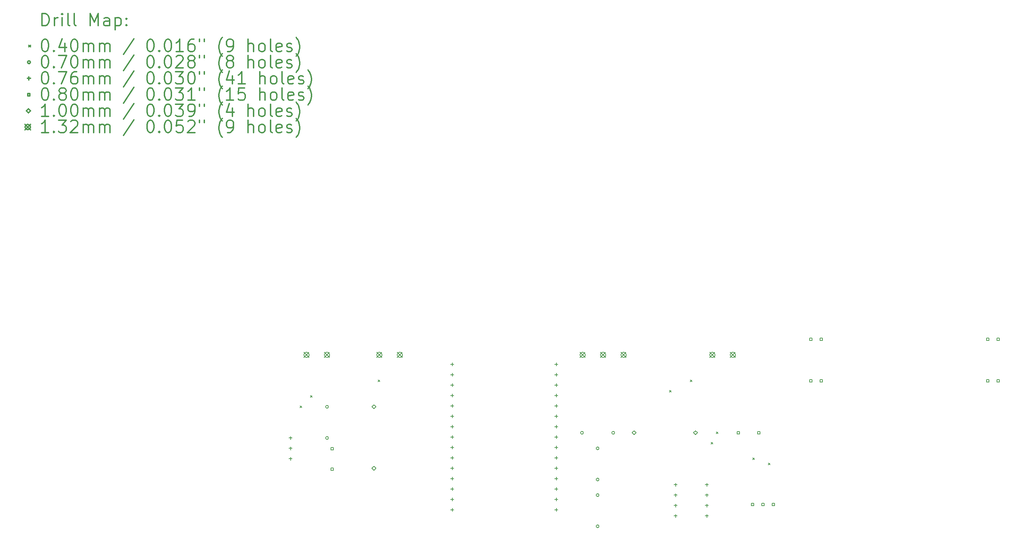
<source format=gbr>
%FSLAX45Y45*%
G04 Gerber Fmt 4.5, Leading zero omitted, Abs format (unit mm)*
G04 Created by KiCad (PCBNEW (5.1.9)-1) date 2021-05-17 17:45:44*
%MOMM*%
%LPD*%
G01*
G04 APERTURE LIST*
%ADD10C,0.200000*%
%ADD11C,0.300000*%
G04 APERTURE END LIST*
D10*
X6584000Y-9759000D02*
X6624000Y-9799000D01*
X6624000Y-9759000D02*
X6584000Y-9799000D01*
X6838000Y-9505000D02*
X6878000Y-9545000D01*
X6878000Y-9505000D02*
X6838000Y-9545000D01*
X8489000Y-9124000D02*
X8529000Y-9164000D01*
X8529000Y-9124000D02*
X8489000Y-9164000D01*
X15601000Y-9378000D02*
X15641000Y-9418000D01*
X15641000Y-9378000D02*
X15601000Y-9418000D01*
X16109000Y-9124000D02*
X16149000Y-9164000D01*
X16149000Y-9124000D02*
X16109000Y-9164000D01*
X16617000Y-10648000D02*
X16657000Y-10688000D01*
X16657000Y-10648000D02*
X16617000Y-10688000D01*
X16744000Y-10394000D02*
X16784000Y-10434000D01*
X16784000Y-10394000D02*
X16744000Y-10434000D01*
X17633000Y-11029000D02*
X17673000Y-11069000D01*
X17673000Y-11029000D02*
X17633000Y-11069000D01*
X18014000Y-11156000D02*
X18054000Y-11196000D01*
X18054000Y-11156000D02*
X18014000Y-11196000D01*
X7274000Y-9779000D02*
G75*
G03*
X7274000Y-9779000I-35000J0D01*
G01*
X7274000Y-10541000D02*
G75*
G03*
X7274000Y-10541000I-35000J0D01*
G01*
X13497000Y-10414000D02*
G75*
G03*
X13497000Y-10414000I-35000J0D01*
G01*
X13878000Y-10795000D02*
G75*
G03*
X13878000Y-10795000I-35000J0D01*
G01*
X13878000Y-11557000D02*
G75*
G03*
X13878000Y-11557000I-35000J0D01*
G01*
X13878000Y-11938000D02*
G75*
G03*
X13878000Y-11938000I-35000J0D01*
G01*
X13878000Y-12700000D02*
G75*
G03*
X13878000Y-12700000I-35000J0D01*
G01*
X14259000Y-10414000D02*
G75*
G03*
X14259000Y-10414000I-35000J0D01*
G01*
X6350000Y-10502900D02*
X6350000Y-10579100D01*
X6311900Y-10541000D02*
X6388100Y-10541000D01*
X6350000Y-10756900D02*
X6350000Y-10833100D01*
X6311900Y-10795000D02*
X6388100Y-10795000D01*
X6350000Y-11010900D02*
X6350000Y-11087100D01*
X6311900Y-11049000D02*
X6388100Y-11049000D01*
X10296000Y-8699900D02*
X10296000Y-8776100D01*
X10257900Y-8738000D02*
X10334100Y-8738000D01*
X10296000Y-8953900D02*
X10296000Y-9030100D01*
X10257900Y-8992000D02*
X10334100Y-8992000D01*
X10296000Y-9207900D02*
X10296000Y-9284100D01*
X10257900Y-9246000D02*
X10334100Y-9246000D01*
X10296000Y-9461900D02*
X10296000Y-9538100D01*
X10257900Y-9500000D02*
X10334100Y-9500000D01*
X10296000Y-9715900D02*
X10296000Y-9792100D01*
X10257900Y-9754000D02*
X10334100Y-9754000D01*
X10296000Y-9969900D02*
X10296000Y-10046100D01*
X10257900Y-10008000D02*
X10334100Y-10008000D01*
X10296000Y-10223900D02*
X10296000Y-10300100D01*
X10257900Y-10262000D02*
X10334100Y-10262000D01*
X10296000Y-10477900D02*
X10296000Y-10554100D01*
X10257900Y-10516000D02*
X10334100Y-10516000D01*
X10296000Y-10731900D02*
X10296000Y-10808100D01*
X10257900Y-10770000D02*
X10334100Y-10770000D01*
X10296000Y-10985900D02*
X10296000Y-11062100D01*
X10257900Y-11024000D02*
X10334100Y-11024000D01*
X10296000Y-11239900D02*
X10296000Y-11316100D01*
X10257900Y-11278000D02*
X10334100Y-11278000D01*
X10296000Y-11493900D02*
X10296000Y-11570100D01*
X10257900Y-11532000D02*
X10334100Y-11532000D01*
X10296000Y-11747900D02*
X10296000Y-11824100D01*
X10257900Y-11786000D02*
X10334100Y-11786000D01*
X10296000Y-12001900D02*
X10296000Y-12078100D01*
X10257900Y-12040000D02*
X10334100Y-12040000D01*
X10296000Y-12255900D02*
X10296000Y-12332100D01*
X10257900Y-12294000D02*
X10334100Y-12294000D01*
X12836000Y-8699900D02*
X12836000Y-8776100D01*
X12797900Y-8738000D02*
X12874100Y-8738000D01*
X12836000Y-8953900D02*
X12836000Y-9030100D01*
X12797900Y-8992000D02*
X12874100Y-8992000D01*
X12836000Y-9207900D02*
X12836000Y-9284100D01*
X12797900Y-9246000D02*
X12874100Y-9246000D01*
X12836000Y-9461900D02*
X12836000Y-9538100D01*
X12797900Y-9500000D02*
X12874100Y-9500000D01*
X12836000Y-9715900D02*
X12836000Y-9792100D01*
X12797900Y-9754000D02*
X12874100Y-9754000D01*
X12836000Y-9969900D02*
X12836000Y-10046100D01*
X12797900Y-10008000D02*
X12874100Y-10008000D01*
X12836000Y-10223900D02*
X12836000Y-10300100D01*
X12797900Y-10262000D02*
X12874100Y-10262000D01*
X12836000Y-10477900D02*
X12836000Y-10554100D01*
X12797900Y-10516000D02*
X12874100Y-10516000D01*
X12836000Y-10731900D02*
X12836000Y-10808100D01*
X12797900Y-10770000D02*
X12874100Y-10770000D01*
X12836000Y-10985900D02*
X12836000Y-11062100D01*
X12797900Y-11024000D02*
X12874100Y-11024000D01*
X12836000Y-11239900D02*
X12836000Y-11316100D01*
X12797900Y-11278000D02*
X12874100Y-11278000D01*
X12836000Y-11493900D02*
X12836000Y-11570100D01*
X12797900Y-11532000D02*
X12874100Y-11532000D01*
X12836000Y-11747900D02*
X12836000Y-11824100D01*
X12797900Y-11786000D02*
X12874100Y-11786000D01*
X12836000Y-12001900D02*
X12836000Y-12078100D01*
X12797900Y-12040000D02*
X12874100Y-12040000D01*
X12836000Y-12255900D02*
X12836000Y-12332100D01*
X12797900Y-12294000D02*
X12874100Y-12294000D01*
X15748000Y-11645900D02*
X15748000Y-11722100D01*
X15709900Y-11684000D02*
X15786100Y-11684000D01*
X15748000Y-11899900D02*
X15748000Y-11976100D01*
X15709900Y-11938000D02*
X15786100Y-11938000D01*
X15748000Y-12153900D02*
X15748000Y-12230100D01*
X15709900Y-12192000D02*
X15786100Y-12192000D01*
X15748000Y-12407900D02*
X15748000Y-12484100D01*
X15709900Y-12446000D02*
X15786100Y-12446000D01*
X16510000Y-11645900D02*
X16510000Y-11722100D01*
X16471900Y-11684000D02*
X16548100Y-11684000D01*
X16510000Y-11899900D02*
X16510000Y-11976100D01*
X16471900Y-11938000D02*
X16548100Y-11938000D01*
X16510000Y-12153900D02*
X16510000Y-12230100D01*
X16471900Y-12192000D02*
X16548100Y-12192000D01*
X16510000Y-12407900D02*
X16510000Y-12484100D01*
X16471900Y-12446000D02*
X16548100Y-12446000D01*
X7394284Y-10831285D02*
X7394284Y-10774716D01*
X7337715Y-10774716D01*
X7337715Y-10831285D01*
X7394284Y-10831285D01*
X7394284Y-11331284D02*
X7394284Y-11274715D01*
X7337715Y-11274715D01*
X7337715Y-11331284D01*
X7394284Y-11331284D01*
X17308285Y-10442285D02*
X17308285Y-10385716D01*
X17251716Y-10385716D01*
X17251716Y-10442285D01*
X17308285Y-10442285D01*
X17655885Y-12194884D02*
X17655885Y-12138315D01*
X17599316Y-12138315D01*
X17599316Y-12194884D01*
X17655885Y-12194884D01*
X17808285Y-10442285D02*
X17808285Y-10385716D01*
X17751716Y-10385716D01*
X17751716Y-10442285D01*
X17808285Y-10442285D01*
X17909885Y-12194884D02*
X17909885Y-12138315D01*
X17853316Y-12138315D01*
X17853316Y-12194884D01*
X17909885Y-12194884D01*
X18163885Y-12194884D02*
X18163885Y-12138315D01*
X18107316Y-12138315D01*
X18107316Y-12194884D01*
X18163885Y-12194884D01*
X19078285Y-8156284D02*
X19078285Y-8099715D01*
X19021716Y-8099715D01*
X19021716Y-8156284D01*
X19078285Y-8156284D01*
X19078285Y-9172285D02*
X19078285Y-9115716D01*
X19021716Y-9115716D01*
X19021716Y-9172285D01*
X19078285Y-9172285D01*
X19332285Y-8156284D02*
X19332285Y-8099715D01*
X19275716Y-8099715D01*
X19275716Y-8156284D01*
X19332285Y-8156284D01*
X19332285Y-9172285D02*
X19332285Y-9115716D01*
X19275716Y-9115716D01*
X19275716Y-9172285D01*
X19332285Y-9172285D01*
X23396284Y-8156284D02*
X23396284Y-8099715D01*
X23339715Y-8099715D01*
X23339715Y-8156284D01*
X23396284Y-8156284D01*
X23396284Y-9172285D02*
X23396284Y-9115716D01*
X23339715Y-9115716D01*
X23339715Y-9172285D01*
X23396284Y-9172285D01*
X23650284Y-8156284D02*
X23650284Y-8099715D01*
X23593715Y-8099715D01*
X23593715Y-8156284D01*
X23650284Y-8156284D01*
X23650284Y-9172285D02*
X23650284Y-9115716D01*
X23593715Y-9115716D01*
X23593715Y-9172285D01*
X23650284Y-9172285D01*
X8382000Y-9829000D02*
X8432000Y-9779000D01*
X8382000Y-9729000D01*
X8332000Y-9779000D01*
X8382000Y-9829000D01*
X8382000Y-11329000D02*
X8432000Y-11279000D01*
X8382000Y-11229000D01*
X8332000Y-11279000D01*
X8382000Y-11329000D01*
X14732000Y-10464000D02*
X14782000Y-10414000D01*
X14732000Y-10364000D01*
X14682000Y-10414000D01*
X14732000Y-10464000D01*
X16232000Y-10464000D02*
X16282000Y-10414000D01*
X16232000Y-10364000D01*
X16182000Y-10414000D01*
X16232000Y-10464000D01*
X6673000Y-8443000D02*
X6805000Y-8575000D01*
X6805000Y-8443000D02*
X6673000Y-8575000D01*
X6805000Y-8509000D02*
G75*
G03*
X6805000Y-8509000I-66000J0D01*
G01*
X7173000Y-8443000D02*
X7305000Y-8575000D01*
X7305000Y-8443000D02*
X7173000Y-8575000D01*
X7305000Y-8509000D02*
G75*
G03*
X7305000Y-8509000I-66000J0D01*
G01*
X8451000Y-8443000D02*
X8583000Y-8575000D01*
X8583000Y-8443000D02*
X8451000Y-8575000D01*
X8583000Y-8509000D02*
G75*
G03*
X8583000Y-8509000I-66000J0D01*
G01*
X8951000Y-8443000D02*
X9083000Y-8575000D01*
X9083000Y-8443000D02*
X8951000Y-8575000D01*
X9083000Y-8509000D02*
G75*
G03*
X9083000Y-8509000I-66000J0D01*
G01*
X13412000Y-8443000D02*
X13544000Y-8575000D01*
X13544000Y-8443000D02*
X13412000Y-8575000D01*
X13544000Y-8509000D02*
G75*
G03*
X13544000Y-8509000I-66000J0D01*
G01*
X13912000Y-8443000D02*
X14044000Y-8575000D01*
X14044000Y-8443000D02*
X13912000Y-8575000D01*
X14044000Y-8509000D02*
G75*
G03*
X14044000Y-8509000I-66000J0D01*
G01*
X14412000Y-8443000D02*
X14544000Y-8575000D01*
X14544000Y-8443000D02*
X14412000Y-8575000D01*
X14544000Y-8509000D02*
G75*
G03*
X14544000Y-8509000I-66000J0D01*
G01*
X16579000Y-8443000D02*
X16711000Y-8575000D01*
X16711000Y-8443000D02*
X16579000Y-8575000D01*
X16711000Y-8509000D02*
G75*
G03*
X16711000Y-8509000I-66000J0D01*
G01*
X17079000Y-8443000D02*
X17211000Y-8575000D01*
X17211000Y-8443000D02*
X17079000Y-8575000D01*
X17211000Y-8509000D02*
G75*
G03*
X17211000Y-8509000I-66000J0D01*
G01*
D11*
X286429Y-465714D02*
X286429Y-165714D01*
X357857Y-165714D01*
X400714Y-180000D01*
X429286Y-208571D01*
X443571Y-237143D01*
X457857Y-294286D01*
X457857Y-337143D01*
X443571Y-394286D01*
X429286Y-422857D01*
X400714Y-451428D01*
X357857Y-465714D01*
X286429Y-465714D01*
X586429Y-465714D02*
X586429Y-265714D01*
X586429Y-322857D02*
X600714Y-294286D01*
X615000Y-280000D01*
X643571Y-265714D01*
X672143Y-265714D01*
X772143Y-465714D02*
X772143Y-265714D01*
X772143Y-165714D02*
X757857Y-180000D01*
X772143Y-194286D01*
X786428Y-180000D01*
X772143Y-165714D01*
X772143Y-194286D01*
X957857Y-465714D02*
X929286Y-451428D01*
X915000Y-422857D01*
X915000Y-165714D01*
X1115000Y-465714D02*
X1086429Y-451428D01*
X1072143Y-422857D01*
X1072143Y-165714D01*
X1457857Y-465714D02*
X1457857Y-165714D01*
X1557857Y-380000D01*
X1657857Y-165714D01*
X1657857Y-465714D01*
X1929286Y-465714D02*
X1929286Y-308571D01*
X1915000Y-280000D01*
X1886428Y-265714D01*
X1829286Y-265714D01*
X1800714Y-280000D01*
X1929286Y-451428D02*
X1900714Y-465714D01*
X1829286Y-465714D01*
X1800714Y-451428D01*
X1786428Y-422857D01*
X1786428Y-394286D01*
X1800714Y-365714D01*
X1829286Y-351428D01*
X1900714Y-351428D01*
X1929286Y-337143D01*
X2072143Y-265714D02*
X2072143Y-565714D01*
X2072143Y-280000D02*
X2100714Y-265714D01*
X2157857Y-265714D01*
X2186429Y-280000D01*
X2200714Y-294286D01*
X2215000Y-322857D01*
X2215000Y-408571D01*
X2200714Y-437143D01*
X2186429Y-451428D01*
X2157857Y-465714D01*
X2100714Y-465714D01*
X2072143Y-451428D01*
X2343571Y-437143D02*
X2357857Y-451428D01*
X2343571Y-465714D01*
X2329286Y-451428D01*
X2343571Y-437143D01*
X2343571Y-465714D01*
X2343571Y-280000D02*
X2357857Y-294286D01*
X2343571Y-308571D01*
X2329286Y-294286D01*
X2343571Y-280000D01*
X2343571Y-308571D01*
X-40000Y-940000D02*
X0Y-980000D01*
X0Y-940000D02*
X-40000Y-980000D01*
X343571Y-795714D02*
X372143Y-795714D01*
X400714Y-810000D01*
X415000Y-824286D01*
X429286Y-852857D01*
X443571Y-910000D01*
X443571Y-981428D01*
X429286Y-1038571D01*
X415000Y-1067143D01*
X400714Y-1081429D01*
X372143Y-1095714D01*
X343571Y-1095714D01*
X315000Y-1081429D01*
X300714Y-1067143D01*
X286429Y-1038571D01*
X272143Y-981428D01*
X272143Y-910000D01*
X286429Y-852857D01*
X300714Y-824286D01*
X315000Y-810000D01*
X343571Y-795714D01*
X572143Y-1067143D02*
X586429Y-1081429D01*
X572143Y-1095714D01*
X557857Y-1081429D01*
X572143Y-1067143D01*
X572143Y-1095714D01*
X843571Y-895714D02*
X843571Y-1095714D01*
X772143Y-781428D02*
X700714Y-995714D01*
X886428Y-995714D01*
X1057857Y-795714D02*
X1086429Y-795714D01*
X1115000Y-810000D01*
X1129286Y-824286D01*
X1143571Y-852857D01*
X1157857Y-910000D01*
X1157857Y-981428D01*
X1143571Y-1038571D01*
X1129286Y-1067143D01*
X1115000Y-1081429D01*
X1086429Y-1095714D01*
X1057857Y-1095714D01*
X1029286Y-1081429D01*
X1015000Y-1067143D01*
X1000714Y-1038571D01*
X986428Y-981428D01*
X986428Y-910000D01*
X1000714Y-852857D01*
X1015000Y-824286D01*
X1029286Y-810000D01*
X1057857Y-795714D01*
X1286429Y-1095714D02*
X1286429Y-895714D01*
X1286429Y-924286D02*
X1300714Y-910000D01*
X1329286Y-895714D01*
X1372143Y-895714D01*
X1400714Y-910000D01*
X1415000Y-938571D01*
X1415000Y-1095714D01*
X1415000Y-938571D02*
X1429286Y-910000D01*
X1457857Y-895714D01*
X1500714Y-895714D01*
X1529286Y-910000D01*
X1543571Y-938571D01*
X1543571Y-1095714D01*
X1686428Y-1095714D02*
X1686428Y-895714D01*
X1686428Y-924286D02*
X1700714Y-910000D01*
X1729286Y-895714D01*
X1772143Y-895714D01*
X1800714Y-910000D01*
X1815000Y-938571D01*
X1815000Y-1095714D01*
X1815000Y-938571D02*
X1829286Y-910000D01*
X1857857Y-895714D01*
X1900714Y-895714D01*
X1929286Y-910000D01*
X1943571Y-938571D01*
X1943571Y-1095714D01*
X2529286Y-781428D02*
X2272143Y-1167143D01*
X2915000Y-795714D02*
X2943571Y-795714D01*
X2972143Y-810000D01*
X2986428Y-824286D01*
X3000714Y-852857D01*
X3015000Y-910000D01*
X3015000Y-981428D01*
X3000714Y-1038571D01*
X2986428Y-1067143D01*
X2972143Y-1081429D01*
X2943571Y-1095714D01*
X2915000Y-1095714D01*
X2886428Y-1081429D01*
X2872143Y-1067143D01*
X2857857Y-1038571D01*
X2843571Y-981428D01*
X2843571Y-910000D01*
X2857857Y-852857D01*
X2872143Y-824286D01*
X2886428Y-810000D01*
X2915000Y-795714D01*
X3143571Y-1067143D02*
X3157857Y-1081429D01*
X3143571Y-1095714D01*
X3129286Y-1081429D01*
X3143571Y-1067143D01*
X3143571Y-1095714D01*
X3343571Y-795714D02*
X3372143Y-795714D01*
X3400714Y-810000D01*
X3415000Y-824286D01*
X3429286Y-852857D01*
X3443571Y-910000D01*
X3443571Y-981428D01*
X3429286Y-1038571D01*
X3415000Y-1067143D01*
X3400714Y-1081429D01*
X3372143Y-1095714D01*
X3343571Y-1095714D01*
X3315000Y-1081429D01*
X3300714Y-1067143D01*
X3286428Y-1038571D01*
X3272143Y-981428D01*
X3272143Y-910000D01*
X3286428Y-852857D01*
X3300714Y-824286D01*
X3315000Y-810000D01*
X3343571Y-795714D01*
X3729286Y-1095714D02*
X3557857Y-1095714D01*
X3643571Y-1095714D02*
X3643571Y-795714D01*
X3615000Y-838571D01*
X3586428Y-867143D01*
X3557857Y-881428D01*
X3986428Y-795714D02*
X3929286Y-795714D01*
X3900714Y-810000D01*
X3886428Y-824286D01*
X3857857Y-867143D01*
X3843571Y-924286D01*
X3843571Y-1038571D01*
X3857857Y-1067143D01*
X3872143Y-1081429D01*
X3900714Y-1095714D01*
X3957857Y-1095714D01*
X3986428Y-1081429D01*
X4000714Y-1067143D01*
X4015000Y-1038571D01*
X4015000Y-967143D01*
X4000714Y-938571D01*
X3986428Y-924286D01*
X3957857Y-910000D01*
X3900714Y-910000D01*
X3872143Y-924286D01*
X3857857Y-938571D01*
X3843571Y-967143D01*
X4129286Y-795714D02*
X4129286Y-852857D01*
X4243571Y-795714D02*
X4243571Y-852857D01*
X4686429Y-1210000D02*
X4672143Y-1195714D01*
X4643571Y-1152857D01*
X4629286Y-1124286D01*
X4615000Y-1081429D01*
X4600714Y-1010000D01*
X4600714Y-952857D01*
X4615000Y-881428D01*
X4629286Y-838571D01*
X4643571Y-810000D01*
X4672143Y-767143D01*
X4686429Y-752857D01*
X4815000Y-1095714D02*
X4872143Y-1095714D01*
X4900714Y-1081429D01*
X4915000Y-1067143D01*
X4943571Y-1024286D01*
X4957857Y-967143D01*
X4957857Y-852857D01*
X4943571Y-824286D01*
X4929286Y-810000D01*
X4900714Y-795714D01*
X4843571Y-795714D01*
X4815000Y-810000D01*
X4800714Y-824286D01*
X4786429Y-852857D01*
X4786429Y-924286D01*
X4800714Y-952857D01*
X4815000Y-967143D01*
X4843571Y-981428D01*
X4900714Y-981428D01*
X4929286Y-967143D01*
X4943571Y-952857D01*
X4957857Y-924286D01*
X5315000Y-1095714D02*
X5315000Y-795714D01*
X5443571Y-1095714D02*
X5443571Y-938571D01*
X5429286Y-910000D01*
X5400714Y-895714D01*
X5357857Y-895714D01*
X5329286Y-910000D01*
X5315000Y-924286D01*
X5629286Y-1095714D02*
X5600714Y-1081429D01*
X5586429Y-1067143D01*
X5572143Y-1038571D01*
X5572143Y-952857D01*
X5586429Y-924286D01*
X5600714Y-910000D01*
X5629286Y-895714D01*
X5672143Y-895714D01*
X5700714Y-910000D01*
X5715000Y-924286D01*
X5729286Y-952857D01*
X5729286Y-1038571D01*
X5715000Y-1067143D01*
X5700714Y-1081429D01*
X5672143Y-1095714D01*
X5629286Y-1095714D01*
X5900714Y-1095714D02*
X5872143Y-1081429D01*
X5857857Y-1052857D01*
X5857857Y-795714D01*
X6129286Y-1081429D02*
X6100714Y-1095714D01*
X6043571Y-1095714D01*
X6015000Y-1081429D01*
X6000714Y-1052857D01*
X6000714Y-938571D01*
X6015000Y-910000D01*
X6043571Y-895714D01*
X6100714Y-895714D01*
X6129286Y-910000D01*
X6143571Y-938571D01*
X6143571Y-967143D01*
X6000714Y-995714D01*
X6257857Y-1081429D02*
X6286428Y-1095714D01*
X6343571Y-1095714D01*
X6372143Y-1081429D01*
X6386428Y-1052857D01*
X6386428Y-1038571D01*
X6372143Y-1010000D01*
X6343571Y-995714D01*
X6300714Y-995714D01*
X6272143Y-981428D01*
X6257857Y-952857D01*
X6257857Y-938571D01*
X6272143Y-910000D01*
X6300714Y-895714D01*
X6343571Y-895714D01*
X6372143Y-910000D01*
X6486428Y-1210000D02*
X6500714Y-1195714D01*
X6529286Y-1152857D01*
X6543571Y-1124286D01*
X6557857Y-1081429D01*
X6572143Y-1010000D01*
X6572143Y-952857D01*
X6557857Y-881428D01*
X6543571Y-838571D01*
X6529286Y-810000D01*
X6500714Y-767143D01*
X6486428Y-752857D01*
X0Y-1356000D02*
G75*
G03*
X0Y-1356000I-35000J0D01*
G01*
X343571Y-1191714D02*
X372143Y-1191714D01*
X400714Y-1206000D01*
X415000Y-1220286D01*
X429286Y-1248857D01*
X443571Y-1306000D01*
X443571Y-1377429D01*
X429286Y-1434571D01*
X415000Y-1463143D01*
X400714Y-1477428D01*
X372143Y-1491714D01*
X343571Y-1491714D01*
X315000Y-1477428D01*
X300714Y-1463143D01*
X286429Y-1434571D01*
X272143Y-1377429D01*
X272143Y-1306000D01*
X286429Y-1248857D01*
X300714Y-1220286D01*
X315000Y-1206000D01*
X343571Y-1191714D01*
X572143Y-1463143D02*
X586429Y-1477428D01*
X572143Y-1491714D01*
X557857Y-1477428D01*
X572143Y-1463143D01*
X572143Y-1491714D01*
X686429Y-1191714D02*
X886428Y-1191714D01*
X757857Y-1491714D01*
X1057857Y-1191714D02*
X1086429Y-1191714D01*
X1115000Y-1206000D01*
X1129286Y-1220286D01*
X1143571Y-1248857D01*
X1157857Y-1306000D01*
X1157857Y-1377429D01*
X1143571Y-1434571D01*
X1129286Y-1463143D01*
X1115000Y-1477428D01*
X1086429Y-1491714D01*
X1057857Y-1491714D01*
X1029286Y-1477428D01*
X1015000Y-1463143D01*
X1000714Y-1434571D01*
X986428Y-1377429D01*
X986428Y-1306000D01*
X1000714Y-1248857D01*
X1015000Y-1220286D01*
X1029286Y-1206000D01*
X1057857Y-1191714D01*
X1286429Y-1491714D02*
X1286429Y-1291714D01*
X1286429Y-1320286D02*
X1300714Y-1306000D01*
X1329286Y-1291714D01*
X1372143Y-1291714D01*
X1400714Y-1306000D01*
X1415000Y-1334571D01*
X1415000Y-1491714D01*
X1415000Y-1334571D02*
X1429286Y-1306000D01*
X1457857Y-1291714D01*
X1500714Y-1291714D01*
X1529286Y-1306000D01*
X1543571Y-1334571D01*
X1543571Y-1491714D01*
X1686428Y-1491714D02*
X1686428Y-1291714D01*
X1686428Y-1320286D02*
X1700714Y-1306000D01*
X1729286Y-1291714D01*
X1772143Y-1291714D01*
X1800714Y-1306000D01*
X1815000Y-1334571D01*
X1815000Y-1491714D01*
X1815000Y-1334571D02*
X1829286Y-1306000D01*
X1857857Y-1291714D01*
X1900714Y-1291714D01*
X1929286Y-1306000D01*
X1943571Y-1334571D01*
X1943571Y-1491714D01*
X2529286Y-1177429D02*
X2272143Y-1563143D01*
X2915000Y-1191714D02*
X2943571Y-1191714D01*
X2972143Y-1206000D01*
X2986428Y-1220286D01*
X3000714Y-1248857D01*
X3015000Y-1306000D01*
X3015000Y-1377429D01*
X3000714Y-1434571D01*
X2986428Y-1463143D01*
X2972143Y-1477428D01*
X2943571Y-1491714D01*
X2915000Y-1491714D01*
X2886428Y-1477428D01*
X2872143Y-1463143D01*
X2857857Y-1434571D01*
X2843571Y-1377429D01*
X2843571Y-1306000D01*
X2857857Y-1248857D01*
X2872143Y-1220286D01*
X2886428Y-1206000D01*
X2915000Y-1191714D01*
X3143571Y-1463143D02*
X3157857Y-1477428D01*
X3143571Y-1491714D01*
X3129286Y-1477428D01*
X3143571Y-1463143D01*
X3143571Y-1491714D01*
X3343571Y-1191714D02*
X3372143Y-1191714D01*
X3400714Y-1206000D01*
X3415000Y-1220286D01*
X3429286Y-1248857D01*
X3443571Y-1306000D01*
X3443571Y-1377429D01*
X3429286Y-1434571D01*
X3415000Y-1463143D01*
X3400714Y-1477428D01*
X3372143Y-1491714D01*
X3343571Y-1491714D01*
X3315000Y-1477428D01*
X3300714Y-1463143D01*
X3286428Y-1434571D01*
X3272143Y-1377429D01*
X3272143Y-1306000D01*
X3286428Y-1248857D01*
X3300714Y-1220286D01*
X3315000Y-1206000D01*
X3343571Y-1191714D01*
X3557857Y-1220286D02*
X3572143Y-1206000D01*
X3600714Y-1191714D01*
X3672143Y-1191714D01*
X3700714Y-1206000D01*
X3715000Y-1220286D01*
X3729286Y-1248857D01*
X3729286Y-1277429D01*
X3715000Y-1320286D01*
X3543571Y-1491714D01*
X3729286Y-1491714D01*
X3900714Y-1320286D02*
X3872143Y-1306000D01*
X3857857Y-1291714D01*
X3843571Y-1263143D01*
X3843571Y-1248857D01*
X3857857Y-1220286D01*
X3872143Y-1206000D01*
X3900714Y-1191714D01*
X3957857Y-1191714D01*
X3986428Y-1206000D01*
X4000714Y-1220286D01*
X4015000Y-1248857D01*
X4015000Y-1263143D01*
X4000714Y-1291714D01*
X3986428Y-1306000D01*
X3957857Y-1320286D01*
X3900714Y-1320286D01*
X3872143Y-1334571D01*
X3857857Y-1348857D01*
X3843571Y-1377429D01*
X3843571Y-1434571D01*
X3857857Y-1463143D01*
X3872143Y-1477428D01*
X3900714Y-1491714D01*
X3957857Y-1491714D01*
X3986428Y-1477428D01*
X4000714Y-1463143D01*
X4015000Y-1434571D01*
X4015000Y-1377429D01*
X4000714Y-1348857D01*
X3986428Y-1334571D01*
X3957857Y-1320286D01*
X4129286Y-1191714D02*
X4129286Y-1248857D01*
X4243571Y-1191714D02*
X4243571Y-1248857D01*
X4686429Y-1606000D02*
X4672143Y-1591714D01*
X4643571Y-1548857D01*
X4629286Y-1520286D01*
X4615000Y-1477428D01*
X4600714Y-1406000D01*
X4600714Y-1348857D01*
X4615000Y-1277429D01*
X4629286Y-1234571D01*
X4643571Y-1206000D01*
X4672143Y-1163143D01*
X4686429Y-1148857D01*
X4843571Y-1320286D02*
X4815000Y-1306000D01*
X4800714Y-1291714D01*
X4786429Y-1263143D01*
X4786429Y-1248857D01*
X4800714Y-1220286D01*
X4815000Y-1206000D01*
X4843571Y-1191714D01*
X4900714Y-1191714D01*
X4929286Y-1206000D01*
X4943571Y-1220286D01*
X4957857Y-1248857D01*
X4957857Y-1263143D01*
X4943571Y-1291714D01*
X4929286Y-1306000D01*
X4900714Y-1320286D01*
X4843571Y-1320286D01*
X4815000Y-1334571D01*
X4800714Y-1348857D01*
X4786429Y-1377429D01*
X4786429Y-1434571D01*
X4800714Y-1463143D01*
X4815000Y-1477428D01*
X4843571Y-1491714D01*
X4900714Y-1491714D01*
X4929286Y-1477428D01*
X4943571Y-1463143D01*
X4957857Y-1434571D01*
X4957857Y-1377429D01*
X4943571Y-1348857D01*
X4929286Y-1334571D01*
X4900714Y-1320286D01*
X5315000Y-1491714D02*
X5315000Y-1191714D01*
X5443571Y-1491714D02*
X5443571Y-1334571D01*
X5429286Y-1306000D01*
X5400714Y-1291714D01*
X5357857Y-1291714D01*
X5329286Y-1306000D01*
X5315000Y-1320286D01*
X5629286Y-1491714D02*
X5600714Y-1477428D01*
X5586429Y-1463143D01*
X5572143Y-1434571D01*
X5572143Y-1348857D01*
X5586429Y-1320286D01*
X5600714Y-1306000D01*
X5629286Y-1291714D01*
X5672143Y-1291714D01*
X5700714Y-1306000D01*
X5715000Y-1320286D01*
X5729286Y-1348857D01*
X5729286Y-1434571D01*
X5715000Y-1463143D01*
X5700714Y-1477428D01*
X5672143Y-1491714D01*
X5629286Y-1491714D01*
X5900714Y-1491714D02*
X5872143Y-1477428D01*
X5857857Y-1448857D01*
X5857857Y-1191714D01*
X6129286Y-1477428D02*
X6100714Y-1491714D01*
X6043571Y-1491714D01*
X6015000Y-1477428D01*
X6000714Y-1448857D01*
X6000714Y-1334571D01*
X6015000Y-1306000D01*
X6043571Y-1291714D01*
X6100714Y-1291714D01*
X6129286Y-1306000D01*
X6143571Y-1334571D01*
X6143571Y-1363143D01*
X6000714Y-1391714D01*
X6257857Y-1477428D02*
X6286428Y-1491714D01*
X6343571Y-1491714D01*
X6372143Y-1477428D01*
X6386428Y-1448857D01*
X6386428Y-1434571D01*
X6372143Y-1406000D01*
X6343571Y-1391714D01*
X6300714Y-1391714D01*
X6272143Y-1377429D01*
X6257857Y-1348857D01*
X6257857Y-1334571D01*
X6272143Y-1306000D01*
X6300714Y-1291714D01*
X6343571Y-1291714D01*
X6372143Y-1306000D01*
X6486428Y-1606000D02*
X6500714Y-1591714D01*
X6529286Y-1548857D01*
X6543571Y-1520286D01*
X6557857Y-1477428D01*
X6572143Y-1406000D01*
X6572143Y-1348857D01*
X6557857Y-1277429D01*
X6543571Y-1234571D01*
X6529286Y-1206000D01*
X6500714Y-1163143D01*
X6486428Y-1148857D01*
X-38100Y-1713900D02*
X-38100Y-1790100D01*
X-76200Y-1752000D02*
X0Y-1752000D01*
X343571Y-1587714D02*
X372143Y-1587714D01*
X400714Y-1602000D01*
X415000Y-1616286D01*
X429286Y-1644857D01*
X443571Y-1702000D01*
X443571Y-1773428D01*
X429286Y-1830571D01*
X415000Y-1859143D01*
X400714Y-1873428D01*
X372143Y-1887714D01*
X343571Y-1887714D01*
X315000Y-1873428D01*
X300714Y-1859143D01*
X286429Y-1830571D01*
X272143Y-1773428D01*
X272143Y-1702000D01*
X286429Y-1644857D01*
X300714Y-1616286D01*
X315000Y-1602000D01*
X343571Y-1587714D01*
X572143Y-1859143D02*
X586429Y-1873428D01*
X572143Y-1887714D01*
X557857Y-1873428D01*
X572143Y-1859143D01*
X572143Y-1887714D01*
X686429Y-1587714D02*
X886428Y-1587714D01*
X757857Y-1887714D01*
X1129286Y-1587714D02*
X1072143Y-1587714D01*
X1043571Y-1602000D01*
X1029286Y-1616286D01*
X1000714Y-1659143D01*
X986428Y-1716286D01*
X986428Y-1830571D01*
X1000714Y-1859143D01*
X1015000Y-1873428D01*
X1043571Y-1887714D01*
X1100714Y-1887714D01*
X1129286Y-1873428D01*
X1143571Y-1859143D01*
X1157857Y-1830571D01*
X1157857Y-1759143D01*
X1143571Y-1730571D01*
X1129286Y-1716286D01*
X1100714Y-1702000D01*
X1043571Y-1702000D01*
X1015000Y-1716286D01*
X1000714Y-1730571D01*
X986428Y-1759143D01*
X1286429Y-1887714D02*
X1286429Y-1687714D01*
X1286429Y-1716286D02*
X1300714Y-1702000D01*
X1329286Y-1687714D01*
X1372143Y-1687714D01*
X1400714Y-1702000D01*
X1415000Y-1730571D01*
X1415000Y-1887714D01*
X1415000Y-1730571D02*
X1429286Y-1702000D01*
X1457857Y-1687714D01*
X1500714Y-1687714D01*
X1529286Y-1702000D01*
X1543571Y-1730571D01*
X1543571Y-1887714D01*
X1686428Y-1887714D02*
X1686428Y-1687714D01*
X1686428Y-1716286D02*
X1700714Y-1702000D01*
X1729286Y-1687714D01*
X1772143Y-1687714D01*
X1800714Y-1702000D01*
X1815000Y-1730571D01*
X1815000Y-1887714D01*
X1815000Y-1730571D02*
X1829286Y-1702000D01*
X1857857Y-1687714D01*
X1900714Y-1687714D01*
X1929286Y-1702000D01*
X1943571Y-1730571D01*
X1943571Y-1887714D01*
X2529286Y-1573428D02*
X2272143Y-1959143D01*
X2915000Y-1587714D02*
X2943571Y-1587714D01*
X2972143Y-1602000D01*
X2986428Y-1616286D01*
X3000714Y-1644857D01*
X3015000Y-1702000D01*
X3015000Y-1773428D01*
X3000714Y-1830571D01*
X2986428Y-1859143D01*
X2972143Y-1873428D01*
X2943571Y-1887714D01*
X2915000Y-1887714D01*
X2886428Y-1873428D01*
X2872143Y-1859143D01*
X2857857Y-1830571D01*
X2843571Y-1773428D01*
X2843571Y-1702000D01*
X2857857Y-1644857D01*
X2872143Y-1616286D01*
X2886428Y-1602000D01*
X2915000Y-1587714D01*
X3143571Y-1859143D02*
X3157857Y-1873428D01*
X3143571Y-1887714D01*
X3129286Y-1873428D01*
X3143571Y-1859143D01*
X3143571Y-1887714D01*
X3343571Y-1587714D02*
X3372143Y-1587714D01*
X3400714Y-1602000D01*
X3415000Y-1616286D01*
X3429286Y-1644857D01*
X3443571Y-1702000D01*
X3443571Y-1773428D01*
X3429286Y-1830571D01*
X3415000Y-1859143D01*
X3400714Y-1873428D01*
X3372143Y-1887714D01*
X3343571Y-1887714D01*
X3315000Y-1873428D01*
X3300714Y-1859143D01*
X3286428Y-1830571D01*
X3272143Y-1773428D01*
X3272143Y-1702000D01*
X3286428Y-1644857D01*
X3300714Y-1616286D01*
X3315000Y-1602000D01*
X3343571Y-1587714D01*
X3543571Y-1587714D02*
X3729286Y-1587714D01*
X3629286Y-1702000D01*
X3672143Y-1702000D01*
X3700714Y-1716286D01*
X3715000Y-1730571D01*
X3729286Y-1759143D01*
X3729286Y-1830571D01*
X3715000Y-1859143D01*
X3700714Y-1873428D01*
X3672143Y-1887714D01*
X3586428Y-1887714D01*
X3557857Y-1873428D01*
X3543571Y-1859143D01*
X3915000Y-1587714D02*
X3943571Y-1587714D01*
X3972143Y-1602000D01*
X3986428Y-1616286D01*
X4000714Y-1644857D01*
X4015000Y-1702000D01*
X4015000Y-1773428D01*
X4000714Y-1830571D01*
X3986428Y-1859143D01*
X3972143Y-1873428D01*
X3943571Y-1887714D01*
X3915000Y-1887714D01*
X3886428Y-1873428D01*
X3872143Y-1859143D01*
X3857857Y-1830571D01*
X3843571Y-1773428D01*
X3843571Y-1702000D01*
X3857857Y-1644857D01*
X3872143Y-1616286D01*
X3886428Y-1602000D01*
X3915000Y-1587714D01*
X4129286Y-1587714D02*
X4129286Y-1644857D01*
X4243571Y-1587714D02*
X4243571Y-1644857D01*
X4686429Y-2002000D02*
X4672143Y-1987714D01*
X4643571Y-1944857D01*
X4629286Y-1916286D01*
X4615000Y-1873428D01*
X4600714Y-1802000D01*
X4600714Y-1744857D01*
X4615000Y-1673428D01*
X4629286Y-1630571D01*
X4643571Y-1602000D01*
X4672143Y-1559143D01*
X4686429Y-1544857D01*
X4929286Y-1687714D02*
X4929286Y-1887714D01*
X4857857Y-1573428D02*
X4786429Y-1787714D01*
X4972143Y-1787714D01*
X5243571Y-1887714D02*
X5072143Y-1887714D01*
X5157857Y-1887714D02*
X5157857Y-1587714D01*
X5129286Y-1630571D01*
X5100714Y-1659143D01*
X5072143Y-1673428D01*
X5600714Y-1887714D02*
X5600714Y-1587714D01*
X5729286Y-1887714D02*
X5729286Y-1730571D01*
X5715000Y-1702000D01*
X5686428Y-1687714D01*
X5643571Y-1687714D01*
X5615000Y-1702000D01*
X5600714Y-1716286D01*
X5915000Y-1887714D02*
X5886428Y-1873428D01*
X5872143Y-1859143D01*
X5857857Y-1830571D01*
X5857857Y-1744857D01*
X5872143Y-1716286D01*
X5886428Y-1702000D01*
X5915000Y-1687714D01*
X5957857Y-1687714D01*
X5986428Y-1702000D01*
X6000714Y-1716286D01*
X6015000Y-1744857D01*
X6015000Y-1830571D01*
X6000714Y-1859143D01*
X5986428Y-1873428D01*
X5957857Y-1887714D01*
X5915000Y-1887714D01*
X6186428Y-1887714D02*
X6157857Y-1873428D01*
X6143571Y-1844857D01*
X6143571Y-1587714D01*
X6415000Y-1873428D02*
X6386428Y-1887714D01*
X6329286Y-1887714D01*
X6300714Y-1873428D01*
X6286428Y-1844857D01*
X6286428Y-1730571D01*
X6300714Y-1702000D01*
X6329286Y-1687714D01*
X6386428Y-1687714D01*
X6415000Y-1702000D01*
X6429286Y-1730571D01*
X6429286Y-1759143D01*
X6286428Y-1787714D01*
X6543571Y-1873428D02*
X6572143Y-1887714D01*
X6629286Y-1887714D01*
X6657857Y-1873428D01*
X6672143Y-1844857D01*
X6672143Y-1830571D01*
X6657857Y-1802000D01*
X6629286Y-1787714D01*
X6586428Y-1787714D01*
X6557857Y-1773428D01*
X6543571Y-1744857D01*
X6543571Y-1730571D01*
X6557857Y-1702000D01*
X6586428Y-1687714D01*
X6629286Y-1687714D01*
X6657857Y-1702000D01*
X6772143Y-2002000D02*
X6786428Y-1987714D01*
X6815000Y-1944857D01*
X6829286Y-1916286D01*
X6843571Y-1873428D01*
X6857857Y-1802000D01*
X6857857Y-1744857D01*
X6843571Y-1673428D01*
X6829286Y-1630571D01*
X6815000Y-1602000D01*
X6786428Y-1559143D01*
X6772143Y-1544857D01*
X-11715Y-2176285D02*
X-11715Y-2119716D01*
X-68285Y-2119716D01*
X-68285Y-2176285D01*
X-11715Y-2176285D01*
X343571Y-1983714D02*
X372143Y-1983714D01*
X400714Y-1998000D01*
X415000Y-2012286D01*
X429286Y-2040857D01*
X443571Y-2098000D01*
X443571Y-2169429D01*
X429286Y-2226571D01*
X415000Y-2255143D01*
X400714Y-2269429D01*
X372143Y-2283714D01*
X343571Y-2283714D01*
X315000Y-2269429D01*
X300714Y-2255143D01*
X286429Y-2226571D01*
X272143Y-2169429D01*
X272143Y-2098000D01*
X286429Y-2040857D01*
X300714Y-2012286D01*
X315000Y-1998000D01*
X343571Y-1983714D01*
X572143Y-2255143D02*
X586429Y-2269429D01*
X572143Y-2283714D01*
X557857Y-2269429D01*
X572143Y-2255143D01*
X572143Y-2283714D01*
X757857Y-2112286D02*
X729286Y-2098000D01*
X715000Y-2083714D01*
X700714Y-2055143D01*
X700714Y-2040857D01*
X715000Y-2012286D01*
X729286Y-1998000D01*
X757857Y-1983714D01*
X815000Y-1983714D01*
X843571Y-1998000D01*
X857857Y-2012286D01*
X872143Y-2040857D01*
X872143Y-2055143D01*
X857857Y-2083714D01*
X843571Y-2098000D01*
X815000Y-2112286D01*
X757857Y-2112286D01*
X729286Y-2126571D01*
X715000Y-2140857D01*
X700714Y-2169429D01*
X700714Y-2226571D01*
X715000Y-2255143D01*
X729286Y-2269429D01*
X757857Y-2283714D01*
X815000Y-2283714D01*
X843571Y-2269429D01*
X857857Y-2255143D01*
X872143Y-2226571D01*
X872143Y-2169429D01*
X857857Y-2140857D01*
X843571Y-2126571D01*
X815000Y-2112286D01*
X1057857Y-1983714D02*
X1086429Y-1983714D01*
X1115000Y-1998000D01*
X1129286Y-2012286D01*
X1143571Y-2040857D01*
X1157857Y-2098000D01*
X1157857Y-2169429D01*
X1143571Y-2226571D01*
X1129286Y-2255143D01*
X1115000Y-2269429D01*
X1086429Y-2283714D01*
X1057857Y-2283714D01*
X1029286Y-2269429D01*
X1015000Y-2255143D01*
X1000714Y-2226571D01*
X986428Y-2169429D01*
X986428Y-2098000D01*
X1000714Y-2040857D01*
X1015000Y-2012286D01*
X1029286Y-1998000D01*
X1057857Y-1983714D01*
X1286429Y-2283714D02*
X1286429Y-2083714D01*
X1286429Y-2112286D02*
X1300714Y-2098000D01*
X1329286Y-2083714D01*
X1372143Y-2083714D01*
X1400714Y-2098000D01*
X1415000Y-2126571D01*
X1415000Y-2283714D01*
X1415000Y-2126571D02*
X1429286Y-2098000D01*
X1457857Y-2083714D01*
X1500714Y-2083714D01*
X1529286Y-2098000D01*
X1543571Y-2126571D01*
X1543571Y-2283714D01*
X1686428Y-2283714D02*
X1686428Y-2083714D01*
X1686428Y-2112286D02*
X1700714Y-2098000D01*
X1729286Y-2083714D01*
X1772143Y-2083714D01*
X1800714Y-2098000D01*
X1815000Y-2126571D01*
X1815000Y-2283714D01*
X1815000Y-2126571D02*
X1829286Y-2098000D01*
X1857857Y-2083714D01*
X1900714Y-2083714D01*
X1929286Y-2098000D01*
X1943571Y-2126571D01*
X1943571Y-2283714D01*
X2529286Y-1969428D02*
X2272143Y-2355143D01*
X2915000Y-1983714D02*
X2943571Y-1983714D01*
X2972143Y-1998000D01*
X2986428Y-2012286D01*
X3000714Y-2040857D01*
X3015000Y-2098000D01*
X3015000Y-2169429D01*
X3000714Y-2226571D01*
X2986428Y-2255143D01*
X2972143Y-2269429D01*
X2943571Y-2283714D01*
X2915000Y-2283714D01*
X2886428Y-2269429D01*
X2872143Y-2255143D01*
X2857857Y-2226571D01*
X2843571Y-2169429D01*
X2843571Y-2098000D01*
X2857857Y-2040857D01*
X2872143Y-2012286D01*
X2886428Y-1998000D01*
X2915000Y-1983714D01*
X3143571Y-2255143D02*
X3157857Y-2269429D01*
X3143571Y-2283714D01*
X3129286Y-2269429D01*
X3143571Y-2255143D01*
X3143571Y-2283714D01*
X3343571Y-1983714D02*
X3372143Y-1983714D01*
X3400714Y-1998000D01*
X3415000Y-2012286D01*
X3429286Y-2040857D01*
X3443571Y-2098000D01*
X3443571Y-2169429D01*
X3429286Y-2226571D01*
X3415000Y-2255143D01*
X3400714Y-2269429D01*
X3372143Y-2283714D01*
X3343571Y-2283714D01*
X3315000Y-2269429D01*
X3300714Y-2255143D01*
X3286428Y-2226571D01*
X3272143Y-2169429D01*
X3272143Y-2098000D01*
X3286428Y-2040857D01*
X3300714Y-2012286D01*
X3315000Y-1998000D01*
X3343571Y-1983714D01*
X3543571Y-1983714D02*
X3729286Y-1983714D01*
X3629286Y-2098000D01*
X3672143Y-2098000D01*
X3700714Y-2112286D01*
X3715000Y-2126571D01*
X3729286Y-2155143D01*
X3729286Y-2226571D01*
X3715000Y-2255143D01*
X3700714Y-2269429D01*
X3672143Y-2283714D01*
X3586428Y-2283714D01*
X3557857Y-2269429D01*
X3543571Y-2255143D01*
X4015000Y-2283714D02*
X3843571Y-2283714D01*
X3929286Y-2283714D02*
X3929286Y-1983714D01*
X3900714Y-2026571D01*
X3872143Y-2055143D01*
X3843571Y-2069428D01*
X4129286Y-1983714D02*
X4129286Y-2040857D01*
X4243571Y-1983714D02*
X4243571Y-2040857D01*
X4686429Y-2398000D02*
X4672143Y-2383714D01*
X4643571Y-2340857D01*
X4629286Y-2312286D01*
X4615000Y-2269429D01*
X4600714Y-2198000D01*
X4600714Y-2140857D01*
X4615000Y-2069428D01*
X4629286Y-2026571D01*
X4643571Y-1998000D01*
X4672143Y-1955143D01*
X4686429Y-1940857D01*
X4957857Y-2283714D02*
X4786429Y-2283714D01*
X4872143Y-2283714D02*
X4872143Y-1983714D01*
X4843571Y-2026571D01*
X4815000Y-2055143D01*
X4786429Y-2069428D01*
X5229286Y-1983714D02*
X5086429Y-1983714D01*
X5072143Y-2126571D01*
X5086429Y-2112286D01*
X5115000Y-2098000D01*
X5186429Y-2098000D01*
X5215000Y-2112286D01*
X5229286Y-2126571D01*
X5243571Y-2155143D01*
X5243571Y-2226571D01*
X5229286Y-2255143D01*
X5215000Y-2269429D01*
X5186429Y-2283714D01*
X5115000Y-2283714D01*
X5086429Y-2269429D01*
X5072143Y-2255143D01*
X5600714Y-2283714D02*
X5600714Y-1983714D01*
X5729286Y-2283714D02*
X5729286Y-2126571D01*
X5715000Y-2098000D01*
X5686428Y-2083714D01*
X5643571Y-2083714D01*
X5615000Y-2098000D01*
X5600714Y-2112286D01*
X5915000Y-2283714D02*
X5886428Y-2269429D01*
X5872143Y-2255143D01*
X5857857Y-2226571D01*
X5857857Y-2140857D01*
X5872143Y-2112286D01*
X5886428Y-2098000D01*
X5915000Y-2083714D01*
X5957857Y-2083714D01*
X5986428Y-2098000D01*
X6000714Y-2112286D01*
X6015000Y-2140857D01*
X6015000Y-2226571D01*
X6000714Y-2255143D01*
X5986428Y-2269429D01*
X5957857Y-2283714D01*
X5915000Y-2283714D01*
X6186428Y-2283714D02*
X6157857Y-2269429D01*
X6143571Y-2240857D01*
X6143571Y-1983714D01*
X6415000Y-2269429D02*
X6386428Y-2283714D01*
X6329286Y-2283714D01*
X6300714Y-2269429D01*
X6286428Y-2240857D01*
X6286428Y-2126571D01*
X6300714Y-2098000D01*
X6329286Y-2083714D01*
X6386428Y-2083714D01*
X6415000Y-2098000D01*
X6429286Y-2126571D01*
X6429286Y-2155143D01*
X6286428Y-2183714D01*
X6543571Y-2269429D02*
X6572143Y-2283714D01*
X6629286Y-2283714D01*
X6657857Y-2269429D01*
X6672143Y-2240857D01*
X6672143Y-2226571D01*
X6657857Y-2198000D01*
X6629286Y-2183714D01*
X6586428Y-2183714D01*
X6557857Y-2169429D01*
X6543571Y-2140857D01*
X6543571Y-2126571D01*
X6557857Y-2098000D01*
X6586428Y-2083714D01*
X6629286Y-2083714D01*
X6657857Y-2098000D01*
X6772143Y-2398000D02*
X6786428Y-2383714D01*
X6815000Y-2340857D01*
X6829286Y-2312286D01*
X6843571Y-2269429D01*
X6857857Y-2198000D01*
X6857857Y-2140857D01*
X6843571Y-2069428D01*
X6829286Y-2026571D01*
X6815000Y-1998000D01*
X6786428Y-1955143D01*
X6772143Y-1940857D01*
X-50000Y-2594000D02*
X0Y-2544000D01*
X-50000Y-2494000D01*
X-100000Y-2544000D01*
X-50000Y-2594000D01*
X443571Y-2679714D02*
X272143Y-2679714D01*
X357857Y-2679714D02*
X357857Y-2379714D01*
X329286Y-2422571D01*
X300714Y-2451143D01*
X272143Y-2465429D01*
X572143Y-2651143D02*
X586429Y-2665429D01*
X572143Y-2679714D01*
X557857Y-2665429D01*
X572143Y-2651143D01*
X572143Y-2679714D01*
X772143Y-2379714D02*
X800714Y-2379714D01*
X829286Y-2394000D01*
X843571Y-2408286D01*
X857857Y-2436857D01*
X872143Y-2494000D01*
X872143Y-2565429D01*
X857857Y-2622571D01*
X843571Y-2651143D01*
X829286Y-2665429D01*
X800714Y-2679714D01*
X772143Y-2679714D01*
X743571Y-2665429D01*
X729286Y-2651143D01*
X715000Y-2622571D01*
X700714Y-2565429D01*
X700714Y-2494000D01*
X715000Y-2436857D01*
X729286Y-2408286D01*
X743571Y-2394000D01*
X772143Y-2379714D01*
X1057857Y-2379714D02*
X1086429Y-2379714D01*
X1115000Y-2394000D01*
X1129286Y-2408286D01*
X1143571Y-2436857D01*
X1157857Y-2494000D01*
X1157857Y-2565429D01*
X1143571Y-2622571D01*
X1129286Y-2651143D01*
X1115000Y-2665429D01*
X1086429Y-2679714D01*
X1057857Y-2679714D01*
X1029286Y-2665429D01*
X1015000Y-2651143D01*
X1000714Y-2622571D01*
X986428Y-2565429D01*
X986428Y-2494000D01*
X1000714Y-2436857D01*
X1015000Y-2408286D01*
X1029286Y-2394000D01*
X1057857Y-2379714D01*
X1286429Y-2679714D02*
X1286429Y-2479714D01*
X1286429Y-2508286D02*
X1300714Y-2494000D01*
X1329286Y-2479714D01*
X1372143Y-2479714D01*
X1400714Y-2494000D01*
X1415000Y-2522571D01*
X1415000Y-2679714D01*
X1415000Y-2522571D02*
X1429286Y-2494000D01*
X1457857Y-2479714D01*
X1500714Y-2479714D01*
X1529286Y-2494000D01*
X1543571Y-2522571D01*
X1543571Y-2679714D01*
X1686428Y-2679714D02*
X1686428Y-2479714D01*
X1686428Y-2508286D02*
X1700714Y-2494000D01*
X1729286Y-2479714D01*
X1772143Y-2479714D01*
X1800714Y-2494000D01*
X1815000Y-2522571D01*
X1815000Y-2679714D01*
X1815000Y-2522571D02*
X1829286Y-2494000D01*
X1857857Y-2479714D01*
X1900714Y-2479714D01*
X1929286Y-2494000D01*
X1943571Y-2522571D01*
X1943571Y-2679714D01*
X2529286Y-2365429D02*
X2272143Y-2751143D01*
X2915000Y-2379714D02*
X2943571Y-2379714D01*
X2972143Y-2394000D01*
X2986428Y-2408286D01*
X3000714Y-2436857D01*
X3015000Y-2494000D01*
X3015000Y-2565429D01*
X3000714Y-2622571D01*
X2986428Y-2651143D01*
X2972143Y-2665429D01*
X2943571Y-2679714D01*
X2915000Y-2679714D01*
X2886428Y-2665429D01*
X2872143Y-2651143D01*
X2857857Y-2622571D01*
X2843571Y-2565429D01*
X2843571Y-2494000D01*
X2857857Y-2436857D01*
X2872143Y-2408286D01*
X2886428Y-2394000D01*
X2915000Y-2379714D01*
X3143571Y-2651143D02*
X3157857Y-2665429D01*
X3143571Y-2679714D01*
X3129286Y-2665429D01*
X3143571Y-2651143D01*
X3143571Y-2679714D01*
X3343571Y-2379714D02*
X3372143Y-2379714D01*
X3400714Y-2394000D01*
X3415000Y-2408286D01*
X3429286Y-2436857D01*
X3443571Y-2494000D01*
X3443571Y-2565429D01*
X3429286Y-2622571D01*
X3415000Y-2651143D01*
X3400714Y-2665429D01*
X3372143Y-2679714D01*
X3343571Y-2679714D01*
X3315000Y-2665429D01*
X3300714Y-2651143D01*
X3286428Y-2622571D01*
X3272143Y-2565429D01*
X3272143Y-2494000D01*
X3286428Y-2436857D01*
X3300714Y-2408286D01*
X3315000Y-2394000D01*
X3343571Y-2379714D01*
X3543571Y-2379714D02*
X3729286Y-2379714D01*
X3629286Y-2494000D01*
X3672143Y-2494000D01*
X3700714Y-2508286D01*
X3715000Y-2522571D01*
X3729286Y-2551143D01*
X3729286Y-2622571D01*
X3715000Y-2651143D01*
X3700714Y-2665429D01*
X3672143Y-2679714D01*
X3586428Y-2679714D01*
X3557857Y-2665429D01*
X3543571Y-2651143D01*
X3872143Y-2679714D02*
X3929286Y-2679714D01*
X3957857Y-2665429D01*
X3972143Y-2651143D01*
X4000714Y-2608286D01*
X4015000Y-2551143D01*
X4015000Y-2436857D01*
X4000714Y-2408286D01*
X3986428Y-2394000D01*
X3957857Y-2379714D01*
X3900714Y-2379714D01*
X3872143Y-2394000D01*
X3857857Y-2408286D01*
X3843571Y-2436857D01*
X3843571Y-2508286D01*
X3857857Y-2536857D01*
X3872143Y-2551143D01*
X3900714Y-2565429D01*
X3957857Y-2565429D01*
X3986428Y-2551143D01*
X4000714Y-2536857D01*
X4015000Y-2508286D01*
X4129286Y-2379714D02*
X4129286Y-2436857D01*
X4243571Y-2379714D02*
X4243571Y-2436857D01*
X4686429Y-2794000D02*
X4672143Y-2779714D01*
X4643571Y-2736857D01*
X4629286Y-2708286D01*
X4615000Y-2665429D01*
X4600714Y-2594000D01*
X4600714Y-2536857D01*
X4615000Y-2465429D01*
X4629286Y-2422571D01*
X4643571Y-2394000D01*
X4672143Y-2351143D01*
X4686429Y-2336857D01*
X4929286Y-2479714D02*
X4929286Y-2679714D01*
X4857857Y-2365429D02*
X4786429Y-2579714D01*
X4972143Y-2579714D01*
X5315000Y-2679714D02*
X5315000Y-2379714D01*
X5443571Y-2679714D02*
X5443571Y-2522571D01*
X5429286Y-2494000D01*
X5400714Y-2479714D01*
X5357857Y-2479714D01*
X5329286Y-2494000D01*
X5315000Y-2508286D01*
X5629286Y-2679714D02*
X5600714Y-2665429D01*
X5586429Y-2651143D01*
X5572143Y-2622571D01*
X5572143Y-2536857D01*
X5586429Y-2508286D01*
X5600714Y-2494000D01*
X5629286Y-2479714D01*
X5672143Y-2479714D01*
X5700714Y-2494000D01*
X5715000Y-2508286D01*
X5729286Y-2536857D01*
X5729286Y-2622571D01*
X5715000Y-2651143D01*
X5700714Y-2665429D01*
X5672143Y-2679714D01*
X5629286Y-2679714D01*
X5900714Y-2679714D02*
X5872143Y-2665429D01*
X5857857Y-2636857D01*
X5857857Y-2379714D01*
X6129286Y-2665429D02*
X6100714Y-2679714D01*
X6043571Y-2679714D01*
X6015000Y-2665429D01*
X6000714Y-2636857D01*
X6000714Y-2522571D01*
X6015000Y-2494000D01*
X6043571Y-2479714D01*
X6100714Y-2479714D01*
X6129286Y-2494000D01*
X6143571Y-2522571D01*
X6143571Y-2551143D01*
X6000714Y-2579714D01*
X6257857Y-2665429D02*
X6286428Y-2679714D01*
X6343571Y-2679714D01*
X6372143Y-2665429D01*
X6386428Y-2636857D01*
X6386428Y-2622571D01*
X6372143Y-2594000D01*
X6343571Y-2579714D01*
X6300714Y-2579714D01*
X6272143Y-2565429D01*
X6257857Y-2536857D01*
X6257857Y-2522571D01*
X6272143Y-2494000D01*
X6300714Y-2479714D01*
X6343571Y-2479714D01*
X6372143Y-2494000D01*
X6486428Y-2794000D02*
X6500714Y-2779714D01*
X6529286Y-2736857D01*
X6543571Y-2708286D01*
X6557857Y-2665429D01*
X6572143Y-2594000D01*
X6572143Y-2536857D01*
X6557857Y-2465429D01*
X6543571Y-2422571D01*
X6529286Y-2394000D01*
X6500714Y-2351143D01*
X6486428Y-2336857D01*
X-132000Y-2874000D02*
X0Y-3006000D01*
X0Y-2874000D02*
X-132000Y-3006000D01*
X0Y-2940000D02*
G75*
G03*
X0Y-2940000I-66000J0D01*
G01*
X443571Y-3075714D02*
X272143Y-3075714D01*
X357857Y-3075714D02*
X357857Y-2775714D01*
X329286Y-2818571D01*
X300714Y-2847143D01*
X272143Y-2861428D01*
X572143Y-3047143D02*
X586429Y-3061428D01*
X572143Y-3075714D01*
X557857Y-3061428D01*
X572143Y-3047143D01*
X572143Y-3075714D01*
X686429Y-2775714D02*
X872143Y-2775714D01*
X772143Y-2890000D01*
X815000Y-2890000D01*
X843571Y-2904286D01*
X857857Y-2918571D01*
X872143Y-2947143D01*
X872143Y-3018571D01*
X857857Y-3047143D01*
X843571Y-3061428D01*
X815000Y-3075714D01*
X729286Y-3075714D01*
X700714Y-3061428D01*
X686429Y-3047143D01*
X986428Y-2804286D02*
X1000714Y-2790000D01*
X1029286Y-2775714D01*
X1100714Y-2775714D01*
X1129286Y-2790000D01*
X1143571Y-2804286D01*
X1157857Y-2832857D01*
X1157857Y-2861428D01*
X1143571Y-2904286D01*
X972143Y-3075714D01*
X1157857Y-3075714D01*
X1286429Y-3075714D02*
X1286429Y-2875714D01*
X1286429Y-2904286D02*
X1300714Y-2890000D01*
X1329286Y-2875714D01*
X1372143Y-2875714D01*
X1400714Y-2890000D01*
X1415000Y-2918571D01*
X1415000Y-3075714D01*
X1415000Y-2918571D02*
X1429286Y-2890000D01*
X1457857Y-2875714D01*
X1500714Y-2875714D01*
X1529286Y-2890000D01*
X1543571Y-2918571D01*
X1543571Y-3075714D01*
X1686428Y-3075714D02*
X1686428Y-2875714D01*
X1686428Y-2904286D02*
X1700714Y-2890000D01*
X1729286Y-2875714D01*
X1772143Y-2875714D01*
X1800714Y-2890000D01*
X1815000Y-2918571D01*
X1815000Y-3075714D01*
X1815000Y-2918571D02*
X1829286Y-2890000D01*
X1857857Y-2875714D01*
X1900714Y-2875714D01*
X1929286Y-2890000D01*
X1943571Y-2918571D01*
X1943571Y-3075714D01*
X2529286Y-2761429D02*
X2272143Y-3147143D01*
X2915000Y-2775714D02*
X2943571Y-2775714D01*
X2972143Y-2790000D01*
X2986428Y-2804286D01*
X3000714Y-2832857D01*
X3015000Y-2890000D01*
X3015000Y-2961428D01*
X3000714Y-3018571D01*
X2986428Y-3047143D01*
X2972143Y-3061428D01*
X2943571Y-3075714D01*
X2915000Y-3075714D01*
X2886428Y-3061428D01*
X2872143Y-3047143D01*
X2857857Y-3018571D01*
X2843571Y-2961428D01*
X2843571Y-2890000D01*
X2857857Y-2832857D01*
X2872143Y-2804286D01*
X2886428Y-2790000D01*
X2915000Y-2775714D01*
X3143571Y-3047143D02*
X3157857Y-3061428D01*
X3143571Y-3075714D01*
X3129286Y-3061428D01*
X3143571Y-3047143D01*
X3143571Y-3075714D01*
X3343571Y-2775714D02*
X3372143Y-2775714D01*
X3400714Y-2790000D01*
X3415000Y-2804286D01*
X3429286Y-2832857D01*
X3443571Y-2890000D01*
X3443571Y-2961428D01*
X3429286Y-3018571D01*
X3415000Y-3047143D01*
X3400714Y-3061428D01*
X3372143Y-3075714D01*
X3343571Y-3075714D01*
X3315000Y-3061428D01*
X3300714Y-3047143D01*
X3286428Y-3018571D01*
X3272143Y-2961428D01*
X3272143Y-2890000D01*
X3286428Y-2832857D01*
X3300714Y-2804286D01*
X3315000Y-2790000D01*
X3343571Y-2775714D01*
X3715000Y-2775714D02*
X3572143Y-2775714D01*
X3557857Y-2918571D01*
X3572143Y-2904286D01*
X3600714Y-2890000D01*
X3672143Y-2890000D01*
X3700714Y-2904286D01*
X3715000Y-2918571D01*
X3729286Y-2947143D01*
X3729286Y-3018571D01*
X3715000Y-3047143D01*
X3700714Y-3061428D01*
X3672143Y-3075714D01*
X3600714Y-3075714D01*
X3572143Y-3061428D01*
X3557857Y-3047143D01*
X3843571Y-2804286D02*
X3857857Y-2790000D01*
X3886428Y-2775714D01*
X3957857Y-2775714D01*
X3986428Y-2790000D01*
X4000714Y-2804286D01*
X4015000Y-2832857D01*
X4015000Y-2861428D01*
X4000714Y-2904286D01*
X3829286Y-3075714D01*
X4015000Y-3075714D01*
X4129286Y-2775714D02*
X4129286Y-2832857D01*
X4243571Y-2775714D02*
X4243571Y-2832857D01*
X4686429Y-3190000D02*
X4672143Y-3175714D01*
X4643571Y-3132857D01*
X4629286Y-3104286D01*
X4615000Y-3061428D01*
X4600714Y-2990000D01*
X4600714Y-2932857D01*
X4615000Y-2861428D01*
X4629286Y-2818571D01*
X4643571Y-2790000D01*
X4672143Y-2747143D01*
X4686429Y-2732857D01*
X4815000Y-3075714D02*
X4872143Y-3075714D01*
X4900714Y-3061428D01*
X4915000Y-3047143D01*
X4943571Y-3004286D01*
X4957857Y-2947143D01*
X4957857Y-2832857D01*
X4943571Y-2804286D01*
X4929286Y-2790000D01*
X4900714Y-2775714D01*
X4843571Y-2775714D01*
X4815000Y-2790000D01*
X4800714Y-2804286D01*
X4786429Y-2832857D01*
X4786429Y-2904286D01*
X4800714Y-2932857D01*
X4815000Y-2947143D01*
X4843571Y-2961428D01*
X4900714Y-2961428D01*
X4929286Y-2947143D01*
X4943571Y-2932857D01*
X4957857Y-2904286D01*
X5315000Y-3075714D02*
X5315000Y-2775714D01*
X5443571Y-3075714D02*
X5443571Y-2918571D01*
X5429286Y-2890000D01*
X5400714Y-2875714D01*
X5357857Y-2875714D01*
X5329286Y-2890000D01*
X5315000Y-2904286D01*
X5629286Y-3075714D02*
X5600714Y-3061428D01*
X5586429Y-3047143D01*
X5572143Y-3018571D01*
X5572143Y-2932857D01*
X5586429Y-2904286D01*
X5600714Y-2890000D01*
X5629286Y-2875714D01*
X5672143Y-2875714D01*
X5700714Y-2890000D01*
X5715000Y-2904286D01*
X5729286Y-2932857D01*
X5729286Y-3018571D01*
X5715000Y-3047143D01*
X5700714Y-3061428D01*
X5672143Y-3075714D01*
X5629286Y-3075714D01*
X5900714Y-3075714D02*
X5872143Y-3061428D01*
X5857857Y-3032857D01*
X5857857Y-2775714D01*
X6129286Y-3061428D02*
X6100714Y-3075714D01*
X6043571Y-3075714D01*
X6015000Y-3061428D01*
X6000714Y-3032857D01*
X6000714Y-2918571D01*
X6015000Y-2890000D01*
X6043571Y-2875714D01*
X6100714Y-2875714D01*
X6129286Y-2890000D01*
X6143571Y-2918571D01*
X6143571Y-2947143D01*
X6000714Y-2975714D01*
X6257857Y-3061428D02*
X6286428Y-3075714D01*
X6343571Y-3075714D01*
X6372143Y-3061428D01*
X6386428Y-3032857D01*
X6386428Y-3018571D01*
X6372143Y-2990000D01*
X6343571Y-2975714D01*
X6300714Y-2975714D01*
X6272143Y-2961428D01*
X6257857Y-2932857D01*
X6257857Y-2918571D01*
X6272143Y-2890000D01*
X6300714Y-2875714D01*
X6343571Y-2875714D01*
X6372143Y-2890000D01*
X6486428Y-3190000D02*
X6500714Y-3175714D01*
X6529286Y-3132857D01*
X6543571Y-3104286D01*
X6557857Y-3061428D01*
X6572143Y-2990000D01*
X6572143Y-2932857D01*
X6557857Y-2861428D01*
X6543571Y-2818571D01*
X6529286Y-2790000D01*
X6500714Y-2747143D01*
X6486428Y-2732857D01*
M02*

</source>
